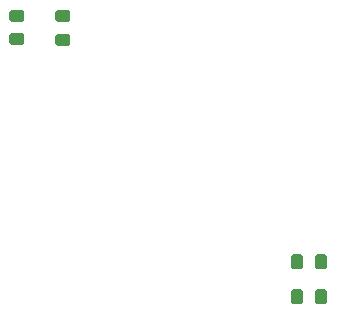
<source format=gbp>
G04*
G04 #@! TF.GenerationSoftware,Altium Limited,Altium Designer,18.0.12 (696)*
G04*
G04 Layer_Color=128*
%FSLAX44Y44*%
%MOMM*%
G71*
G01*
G75*
G04:AMPARAMS|DCode=24|XSize=1.27mm|YSize=0.95mm|CornerRadius=0.1425mm|HoleSize=0mm|Usage=FLASHONLY|Rotation=0.000|XOffset=0mm|YOffset=0mm|HoleType=Round|Shape=RoundedRectangle|*
%AMROUNDEDRECTD24*
21,1,1.2700,0.6650,0,0,0.0*
21,1,0.9850,0.9500,0,0,0.0*
1,1,0.2850,0.4925,-0.3325*
1,1,0.2850,-0.4925,-0.3325*
1,1,0.2850,-0.4925,0.3325*
1,1,0.2850,0.4925,0.3325*
%
%ADD24ROUNDEDRECTD24*%
G04:AMPARAMS|DCode=36|XSize=1.27mm|YSize=0.95mm|CornerRadius=0.1425mm|HoleSize=0mm|Usage=FLASHONLY|Rotation=270.000|XOffset=0mm|YOffset=0mm|HoleType=Round|Shape=RoundedRectangle|*
%AMROUNDEDRECTD36*
21,1,1.2700,0.6650,0,0,270.0*
21,1,0.9850,0.9500,0,0,270.0*
1,1,0.2850,-0.3325,-0.4925*
1,1,0.2850,-0.3325,0.4925*
1,1,0.2850,0.3325,0.4925*
1,1,0.2850,0.3325,-0.4925*
%
%ADD36ROUNDEDRECTD36*%
D24*
X373633Y602581D02*
D03*
Y582581D02*
D03*
X412750Y601820D02*
D03*
Y581820D02*
D03*
D36*
X611030Y364236D02*
D03*
X631030D02*
D03*
X611284Y394208D02*
D03*
X631284D02*
D03*
M02*

</source>
